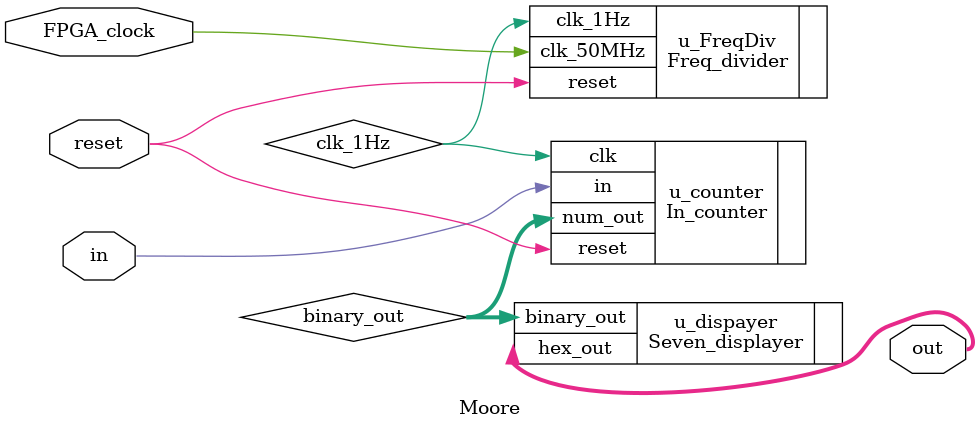
<source format=v>
module Moore( FPGA_clock, reset, in, out );

input  FPGA_clock, reset, in;
output [6:0] out;


wire clk_1Hz;
wire [3:0] binary_out;

Freq_divider u_FreqDiv(.clk_50MHz(FPGA_clock), .reset(reset), .clk_1Hz(clk_1Hz));
In_counter u_counter(.clk(clk_1Hz), .in(in), .reset(reset), .num_out(binary_out));
Seven_displayer u_dispayer(.binary_out(binary_out), .hex_out(out));

endmodule 

</source>
